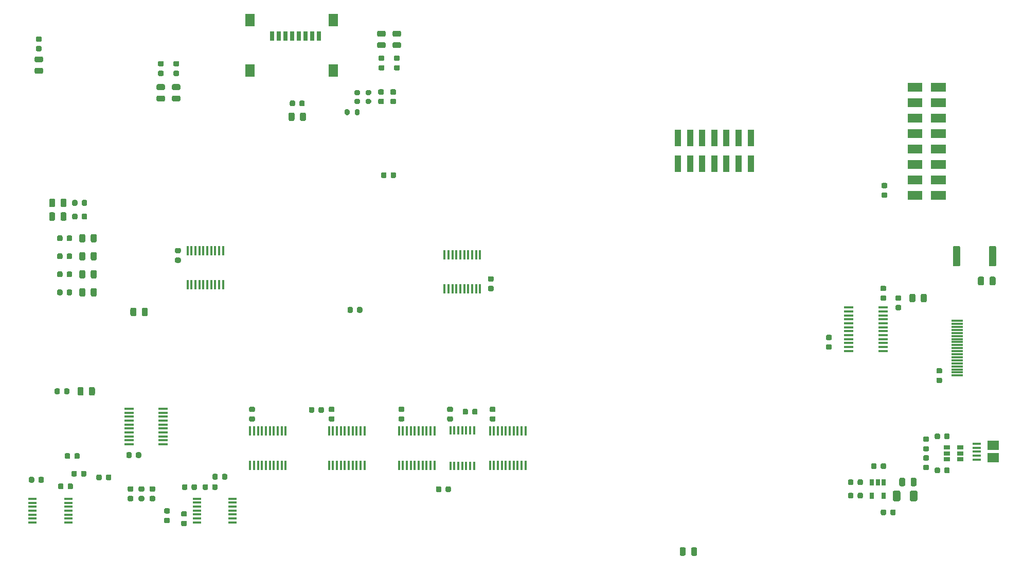
<source format=gbr>
G04 #@! TF.GenerationSoftware,KiCad,Pcbnew,5.1.9+dfsg1-1~bpo10+1*
G04 #@! TF.CreationDate,2023-01-14T08:02:01+01:00*
G04 #@! TF.ProjectId,nubus-to-ztex,6e756275-732d-4746-9f2d-7a7465782e6b,rev?*
G04 #@! TF.SameCoordinates,Original*
G04 #@! TF.FileFunction,Paste,Top*
G04 #@! TF.FilePolarity,Positive*
%FSLAX46Y46*%
G04 Gerber Fmt 4.6, Leading zero omitted, Abs format (unit mm)*
G04 Created by KiCad (PCBNEW 5.1.9+dfsg1-1~bpo10+1) date 2023-01-14 08:02:01*
%MOMM*%
%LPD*%
G01*
G04 APERTURE LIST*
%ADD10C,0.010000*%
%ADD11R,2.240000X1.420010*%
%ADD12R,2.340000X1.420010*%
%ADD13R,1.000000X2.750000*%
%ADD14R,1.550000X0.450000*%
%ADD15R,0.450000X1.550000*%
%ADD16R,0.800000X1.500000*%
%ADD17R,1.500000X2.050000*%
%ADD18R,0.450000X1.450000*%
%ADD19R,1.450000X0.450000*%
%ADD20R,1.570000X0.410000*%
%ADD21R,1.900000X1.500000*%
%ADD22R,1.350000X0.400000*%
%ADD23R,0.650000X1.060000*%
%ADD24R,1.060000X0.650000*%
%ADD25R,1.900000X0.300000*%
G04 APERTURE END LIST*
D10*
G36*
X260120000Y-36179990D02*
G01*
X260120000Y-37600010D01*
X257880000Y-37600010D01*
X257880000Y-36179990D01*
X260120000Y-36179990D01*
G37*
X260120000Y-36179990D02*
X260120000Y-37600010D01*
X257880000Y-37600010D01*
X257880000Y-36179990D01*
X260120000Y-36179990D01*
G36*
X264031000Y-36179990D02*
G01*
X264031000Y-37600010D01*
X261691000Y-37600010D01*
X261691000Y-36179990D01*
X264031000Y-36179990D01*
G37*
X264031000Y-36179990D02*
X264031000Y-37600010D01*
X261691000Y-37600010D01*
X261691000Y-36179990D01*
X264031000Y-36179990D01*
G36*
X260120000Y-33639990D02*
G01*
X260120000Y-35060010D01*
X257880000Y-35060010D01*
X257880000Y-33639990D01*
X260120000Y-33639990D01*
G37*
X260120000Y-33639990D02*
X260120000Y-35060010D01*
X257880000Y-35060010D01*
X257880000Y-33639990D01*
X260120000Y-33639990D01*
G36*
X264031000Y-33639990D02*
G01*
X264031000Y-35060010D01*
X261691000Y-35060010D01*
X261691000Y-33639990D01*
X264031000Y-33639990D01*
G37*
X264031000Y-33639990D02*
X264031000Y-35060010D01*
X261691000Y-35060010D01*
X261691000Y-33639990D01*
X264031000Y-33639990D01*
G36*
X260120000Y-31099990D02*
G01*
X260120000Y-32520010D01*
X257880000Y-32520010D01*
X257880000Y-31099990D01*
X260120000Y-31099990D01*
G37*
X260120000Y-31099990D02*
X260120000Y-32520010D01*
X257880000Y-32520010D01*
X257880000Y-31099990D01*
X260120000Y-31099990D01*
G36*
X264031000Y-31099990D02*
G01*
X264031000Y-32520010D01*
X261691000Y-32520010D01*
X261691000Y-31099990D01*
X264031000Y-31099990D01*
G37*
X264031000Y-31099990D02*
X264031000Y-32520010D01*
X261691000Y-32520010D01*
X261691000Y-31099990D01*
X264031000Y-31099990D01*
G36*
X260120000Y-28559994D02*
G01*
X260120000Y-29980010D01*
X257880000Y-29980010D01*
X257880000Y-28559994D01*
X260120000Y-28559994D01*
G37*
X260120000Y-28559994D02*
X260120000Y-29980010D01*
X257880000Y-29980010D01*
X257880000Y-28559994D01*
X260120000Y-28559994D01*
G36*
X264031000Y-28559994D02*
G01*
X264031000Y-29980010D01*
X261691000Y-29980010D01*
X261691000Y-28559994D01*
X264031000Y-28559994D01*
G37*
X264031000Y-28559994D02*
X264031000Y-29980010D01*
X261691000Y-29980010D01*
X261691000Y-28559994D01*
X264031000Y-28559994D01*
G36*
X260120000Y-26019990D02*
G01*
X260120000Y-27440006D01*
X257880000Y-27440006D01*
X257880000Y-26019990D01*
X260120000Y-26019990D01*
G37*
X260120000Y-26019990D02*
X260120000Y-27440006D01*
X257880000Y-27440006D01*
X257880000Y-26019990D01*
X260120000Y-26019990D01*
G36*
X264031000Y-26019990D02*
G01*
X264031000Y-27440006D01*
X261691000Y-27440006D01*
X261691000Y-26019990D01*
X264031000Y-26019990D01*
G37*
X264031000Y-26019990D02*
X264031000Y-27440006D01*
X261691000Y-27440006D01*
X261691000Y-26019990D01*
X264031000Y-26019990D01*
G36*
X260120000Y-23479990D02*
G01*
X260120000Y-24900010D01*
X257880000Y-24900010D01*
X257880000Y-23479990D01*
X260120000Y-23479990D01*
G37*
X260120000Y-23479990D02*
X260120000Y-24900010D01*
X257880000Y-24900010D01*
X257880000Y-23479990D01*
X260120000Y-23479990D01*
G36*
X264031000Y-23479990D02*
G01*
X264031000Y-24900010D01*
X261691000Y-24900010D01*
X261691000Y-23479990D01*
X264031000Y-23479990D01*
G37*
X264031000Y-23479990D02*
X264031000Y-24900010D01*
X261691000Y-24900010D01*
X261691000Y-23479990D01*
X264031000Y-23479990D01*
G36*
X260120000Y-20939990D02*
G01*
X260120000Y-22360010D01*
X257880000Y-22360010D01*
X257880000Y-20939990D01*
X260120000Y-20939990D01*
G37*
X260120000Y-20939990D02*
X260120000Y-22360010D01*
X257880000Y-22360010D01*
X257880000Y-20939990D01*
X260120000Y-20939990D01*
G36*
X264031000Y-20939990D02*
G01*
X264031000Y-22360010D01*
X261691000Y-22360010D01*
X261691000Y-20939990D01*
X264031000Y-20939990D01*
G37*
X264031000Y-20939990D02*
X264031000Y-22360010D01*
X261691000Y-22360010D01*
X261691000Y-20939990D01*
X264031000Y-20939990D01*
G36*
X260120000Y-18399990D02*
G01*
X260120000Y-19820010D01*
X257880000Y-19820010D01*
X257880000Y-18399990D01*
X260120000Y-18399990D01*
G37*
X260120000Y-18399990D02*
X260120000Y-19820010D01*
X257880000Y-19820010D01*
X257880000Y-18399990D01*
X260120000Y-18399990D01*
G36*
X264031000Y-18399990D02*
G01*
X264031000Y-19820010D01*
X261691000Y-19820010D01*
X261691000Y-18399990D01*
X264031000Y-18399990D01*
G37*
X264031000Y-18399990D02*
X264031000Y-19820010D01*
X261691000Y-19820010D01*
X261691000Y-18399990D01*
X264031000Y-18399990D01*
G36*
G01*
X166810000Y-23525000D02*
X166810000Y-22975000D01*
G75*
G02*
X167010000Y-22775000I200000J0D01*
G01*
X167410000Y-22775000D01*
G75*
G02*
X167610000Y-22975000I0J-200000D01*
G01*
X167610000Y-23525000D01*
G75*
G02*
X167410000Y-23725000I-200000J0D01*
G01*
X167010000Y-23725000D01*
G75*
G02*
X166810000Y-23525000I0J200000D01*
G01*
G37*
G36*
G01*
X165160000Y-23525000D02*
X165160000Y-22975000D01*
G75*
G02*
X165360000Y-22775000I200000J0D01*
G01*
X165760000Y-22775000D01*
G75*
G02*
X165960000Y-22975000I0J-200000D01*
G01*
X165960000Y-23525000D01*
G75*
G02*
X165760000Y-23725000I-200000J0D01*
G01*
X165360000Y-23725000D01*
G75*
G02*
X165160000Y-23525000I0J200000D01*
G01*
G37*
G36*
G01*
X166960000Y-21075000D02*
X167460000Y-21075000D01*
G75*
G02*
X167660000Y-21275000I0J-200000D01*
G01*
X167660000Y-21675000D01*
G75*
G02*
X167460000Y-21875000I-200000J0D01*
G01*
X166960000Y-21875000D01*
G75*
G02*
X166760000Y-21675000I0J200000D01*
G01*
X166760000Y-21275000D01*
G75*
G02*
X166960000Y-21075000I200000J0D01*
G01*
G37*
G36*
G01*
X166960000Y-19625000D02*
X167460000Y-19625000D01*
G75*
G02*
X167660000Y-19825000I0J-200000D01*
G01*
X167660000Y-20225000D01*
G75*
G02*
X167460000Y-20425000I-200000J0D01*
G01*
X166960000Y-20425000D01*
G75*
G02*
X166760000Y-20225000I0J200000D01*
G01*
X166760000Y-19825000D01*
G75*
G02*
X166960000Y-19625000I200000J0D01*
G01*
G37*
G36*
G01*
X168810000Y-21075000D02*
X169310000Y-21075000D01*
G75*
G02*
X169510000Y-21275000I0J-200000D01*
G01*
X169510000Y-21675000D01*
G75*
G02*
X169310000Y-21875000I-200000J0D01*
G01*
X168810000Y-21875000D01*
G75*
G02*
X168610000Y-21675000I0J200000D01*
G01*
X168610000Y-21275000D01*
G75*
G02*
X168810000Y-21075000I200000J0D01*
G01*
G37*
G36*
G01*
X168810000Y-19625000D02*
X169310000Y-19625000D01*
G75*
G02*
X169510000Y-19825000I0J-200000D01*
G01*
X169510000Y-20225000D01*
G75*
G02*
X169310000Y-20425000I-200000J0D01*
G01*
X168810000Y-20425000D01*
G75*
G02*
X168610000Y-20225000I0J200000D01*
G01*
X168610000Y-19825000D01*
G75*
G02*
X168810000Y-19625000I200000J0D01*
G01*
G37*
G36*
G01*
X171385000Y-20375000D02*
X170885000Y-20375000D01*
G75*
G02*
X170660000Y-20150000I0J225000D01*
G01*
X170660000Y-19700000D01*
G75*
G02*
X170885000Y-19475000I225000J0D01*
G01*
X171385000Y-19475000D01*
G75*
G02*
X171610000Y-19700000I0J-225000D01*
G01*
X171610000Y-20150000D01*
G75*
G02*
X171385000Y-20375000I-225000J0D01*
G01*
G37*
G36*
G01*
X171385000Y-21925000D02*
X170885000Y-21925000D01*
G75*
G02*
X170660000Y-21700000I0J225000D01*
G01*
X170660000Y-21250000D01*
G75*
G02*
X170885000Y-21025000I225000J0D01*
G01*
X171385000Y-21025000D01*
G75*
G02*
X171610000Y-21250000I0J-225000D01*
G01*
X171610000Y-21700000D01*
G75*
G02*
X171385000Y-21925000I-225000J0D01*
G01*
G37*
G36*
G01*
X173385000Y-20375000D02*
X172885000Y-20375000D01*
G75*
G02*
X172660000Y-20150000I0J225000D01*
G01*
X172660000Y-19700000D01*
G75*
G02*
X172885000Y-19475000I225000J0D01*
G01*
X173385000Y-19475000D01*
G75*
G02*
X173610000Y-19700000I0J-225000D01*
G01*
X173610000Y-20150000D01*
G75*
G02*
X173385000Y-20375000I-225000J0D01*
G01*
G37*
G36*
G01*
X173385000Y-21925000D02*
X172885000Y-21925000D01*
G75*
G02*
X172660000Y-21700000I0J225000D01*
G01*
X172660000Y-21250000D01*
G75*
G02*
X172885000Y-21025000I225000J0D01*
G01*
X173385000Y-21025000D01*
G75*
G02*
X173610000Y-21250000I0J-225000D01*
G01*
X173610000Y-21700000D01*
G75*
G02*
X173385000Y-21925000I-225000J0D01*
G01*
G37*
G36*
G01*
X266487500Y-45504999D02*
X266487500Y-48355001D01*
G75*
G02*
X266237501Y-48605000I-249999J0D01*
G01*
X265512499Y-48605000D01*
G75*
G02*
X265262500Y-48355001I0J249999D01*
G01*
X265262500Y-45504999D01*
G75*
G02*
X265512499Y-45255000I249999J0D01*
G01*
X266237501Y-45255000D01*
G75*
G02*
X266487500Y-45504999I0J-249999D01*
G01*
G37*
G36*
G01*
X272412500Y-45504999D02*
X272412500Y-48355001D01*
G75*
G02*
X272162501Y-48605000I-249999J0D01*
G01*
X271437499Y-48605000D01*
G75*
G02*
X271187500Y-48355001I0J249999D01*
G01*
X271187500Y-45504999D01*
G75*
G02*
X271437499Y-45255000I249999J0D01*
G01*
X272162501Y-45255000D01*
G75*
G02*
X272412500Y-45504999I0J-249999D01*
G01*
G37*
G36*
G01*
X270400000Y-50525000D02*
X270400000Y-51475000D01*
G75*
G02*
X270150000Y-51725000I-250000J0D01*
G01*
X269650000Y-51725000D01*
G75*
G02*
X269400000Y-51475000I0J250000D01*
G01*
X269400000Y-50525000D01*
G75*
G02*
X269650000Y-50275000I250000J0D01*
G01*
X270150000Y-50275000D01*
G75*
G02*
X270400000Y-50525000I0J-250000D01*
G01*
G37*
G36*
G01*
X272300000Y-50525000D02*
X272300000Y-51475000D01*
G75*
G02*
X272050000Y-51725000I-250000J0D01*
G01*
X271550000Y-51725000D01*
G75*
G02*
X271300000Y-51475000I0J250000D01*
G01*
X271300000Y-50525000D01*
G75*
G02*
X271550000Y-50275000I250000J0D01*
G01*
X272050000Y-50275000D01*
G75*
G02*
X272300000Y-50525000I0J-250000D01*
G01*
G37*
D11*
X259000000Y-36890000D03*
D12*
X262861000Y-36890000D03*
D11*
X259000000Y-34350000D03*
D12*
X262861000Y-34350000D03*
D11*
X259000000Y-31810000D03*
D12*
X262861000Y-31810000D03*
D11*
X259000000Y-29270000D03*
D12*
X262861000Y-29270000D03*
D11*
X259000000Y-26730000D03*
D12*
X262861000Y-26730000D03*
D11*
X259000000Y-24190000D03*
D12*
X262861000Y-24190000D03*
D11*
X259000000Y-21650000D03*
D12*
X262861000Y-21650000D03*
D11*
X259000000Y-19110000D03*
D12*
X262861000Y-19110000D03*
D13*
X220000000Y-31720000D03*
X220000000Y-27460000D03*
X222000000Y-31720000D03*
X222000000Y-27460000D03*
X224000000Y-31720000D03*
X224000000Y-27460000D03*
X226000000Y-31720000D03*
X226000000Y-27460000D03*
X228000000Y-31720000D03*
X228000000Y-27460000D03*
X230000000Y-31720000D03*
X230000000Y-27460000D03*
X232000000Y-31720000D03*
X232000000Y-27460000D03*
G36*
G01*
X129215000Y-79896250D02*
X129215000Y-79383750D01*
G75*
G02*
X129433750Y-79165000I218750J0D01*
G01*
X129871250Y-79165000D01*
G75*
G02*
X130090000Y-79383750I0J-218750D01*
G01*
X130090000Y-79896250D01*
G75*
G02*
X129871250Y-80115000I-218750J0D01*
G01*
X129433750Y-80115000D01*
G75*
G02*
X129215000Y-79896250I0J218750D01*
G01*
G37*
G36*
G01*
X130790000Y-79896250D02*
X130790000Y-79383750D01*
G75*
G02*
X131008750Y-79165000I218750J0D01*
G01*
X131446250Y-79165000D01*
G75*
G02*
X131665000Y-79383750I0J-218750D01*
G01*
X131665000Y-79896250D01*
G75*
G02*
X131446250Y-80115000I-218750J0D01*
G01*
X131008750Y-80115000D01*
G75*
G02*
X130790000Y-79896250I0J218750D01*
G01*
G37*
D14*
X135250000Y-77865000D03*
X135250000Y-77215000D03*
X135250000Y-76565000D03*
X135250000Y-75915000D03*
X135250000Y-75265000D03*
X135250000Y-74615000D03*
X135250000Y-73965000D03*
X135250000Y-73315000D03*
X135250000Y-72665000D03*
X135250000Y-72015000D03*
X129650000Y-72015000D03*
X129650000Y-72665000D03*
X129650000Y-73315000D03*
X129650000Y-73965000D03*
X129650000Y-74615000D03*
X129650000Y-75265000D03*
X129650000Y-75915000D03*
X129650000Y-76565000D03*
X129650000Y-77215000D03*
X129650000Y-77865000D03*
G36*
G01*
X189467621Y-52687953D02*
X188955121Y-52687953D01*
G75*
G02*
X188736371Y-52469203I0J218750D01*
G01*
X188736371Y-52031703D01*
G75*
G02*
X188955121Y-51812953I218750J0D01*
G01*
X189467621Y-51812953D01*
G75*
G02*
X189686371Y-52031703I0J-218750D01*
G01*
X189686371Y-52469203D01*
G75*
G02*
X189467621Y-52687953I-218750J0D01*
G01*
G37*
G36*
G01*
X189467621Y-51112953D02*
X188955121Y-51112953D01*
G75*
G02*
X188736371Y-50894203I0J218750D01*
G01*
X188736371Y-50456703D01*
G75*
G02*
X188955121Y-50237953I218750J0D01*
G01*
X189467621Y-50237953D01*
G75*
G02*
X189686371Y-50456703I0J-218750D01*
G01*
X189686371Y-50894203D01*
G75*
G02*
X189467621Y-51112953I-218750J0D01*
G01*
G37*
D15*
X187436371Y-46662953D03*
X186786371Y-46662953D03*
X186136371Y-46662953D03*
X185486371Y-46662953D03*
X184836371Y-46662953D03*
X184186371Y-46662953D03*
X183536371Y-46662953D03*
X182886371Y-46662953D03*
X182236371Y-46662953D03*
X181586371Y-46662953D03*
X181586371Y-52262953D03*
X182236371Y-52262953D03*
X182886371Y-52262953D03*
X183536371Y-52262953D03*
X184186371Y-52262953D03*
X184836371Y-52262953D03*
X185486371Y-52262953D03*
X186136371Y-52262953D03*
X186786371Y-52262953D03*
X187436371Y-52262953D03*
G36*
G01*
X254256250Y-37327500D02*
X253743750Y-37327500D01*
G75*
G02*
X253525000Y-37108750I0J218750D01*
G01*
X253525000Y-36671250D01*
G75*
G02*
X253743750Y-36452500I218750J0D01*
G01*
X254256250Y-36452500D01*
G75*
G02*
X254475000Y-36671250I0J-218750D01*
G01*
X254475000Y-37108750D01*
G75*
G02*
X254256250Y-37327500I-218750J0D01*
G01*
G37*
G36*
G01*
X254256250Y-35752500D02*
X253743750Y-35752500D01*
G75*
G02*
X253525000Y-35533750I0J218750D01*
G01*
X253525000Y-35096250D01*
G75*
G02*
X253743750Y-34877500I218750J0D01*
G01*
X254256250Y-34877500D01*
G75*
G02*
X254475000Y-35096250I0J-218750D01*
G01*
X254475000Y-35533750D01*
G75*
G02*
X254256250Y-35752500I-218750J0D01*
G01*
G37*
G36*
G01*
X137866250Y-21485293D02*
X136953750Y-21485293D01*
G75*
G02*
X136710000Y-21241543I0J243750D01*
G01*
X136710000Y-20754043D01*
G75*
G02*
X136953750Y-20510293I243750J0D01*
G01*
X137866250Y-20510293D01*
G75*
G02*
X138110000Y-20754043I0J-243750D01*
G01*
X138110000Y-21241543D01*
G75*
G02*
X137866250Y-21485293I-243750J0D01*
G01*
G37*
G36*
G01*
X137866250Y-19610293D02*
X136953750Y-19610293D01*
G75*
G02*
X136710000Y-19366543I0J243750D01*
G01*
X136710000Y-18879043D01*
G75*
G02*
X136953750Y-18635293I243750J0D01*
G01*
X137866250Y-18635293D01*
G75*
G02*
X138110000Y-18879043I0J-243750D01*
G01*
X138110000Y-19366543D01*
G75*
G02*
X137866250Y-19610293I-243750J0D01*
G01*
G37*
G36*
G01*
X135336250Y-19610293D02*
X134423750Y-19610293D01*
G75*
G02*
X134180000Y-19366543I0J243750D01*
G01*
X134180000Y-18879043D01*
G75*
G02*
X134423750Y-18635293I243750J0D01*
G01*
X135336250Y-18635293D01*
G75*
G02*
X135580000Y-18879043I0J-243750D01*
G01*
X135580000Y-19366543D01*
G75*
G02*
X135336250Y-19610293I-243750J0D01*
G01*
G37*
G36*
G01*
X135336250Y-21485293D02*
X134423750Y-21485293D01*
G75*
G02*
X134180000Y-21241543I0J243750D01*
G01*
X134180000Y-20754043D01*
G75*
G02*
X134423750Y-20510293I243750J0D01*
G01*
X135336250Y-20510293D01*
G75*
G02*
X135580000Y-20754043I0J-243750D01*
G01*
X135580000Y-21241543D01*
G75*
G02*
X135336250Y-21485293I-243750J0D01*
G01*
G37*
G36*
G01*
X124035000Y-68693750D02*
X124035000Y-69606250D01*
G75*
G02*
X123791250Y-69850000I-243750J0D01*
G01*
X123303750Y-69850000D01*
G75*
G02*
X123060000Y-69606250I0J243750D01*
G01*
X123060000Y-68693750D01*
G75*
G02*
X123303750Y-68450000I243750J0D01*
G01*
X123791250Y-68450000D01*
G75*
G02*
X124035000Y-68693750I0J-243750D01*
G01*
G37*
G36*
G01*
X122160000Y-68693750D02*
X122160000Y-69606250D01*
G75*
G02*
X121916250Y-69850000I-243750J0D01*
G01*
X121428750Y-69850000D01*
G75*
G02*
X121185000Y-69606250I0J243750D01*
G01*
X121185000Y-68693750D01*
G75*
G02*
X121428750Y-68450000I243750J0D01*
G01*
X121916250Y-68450000D01*
G75*
G02*
X122160000Y-68693750I0J-243750D01*
G01*
G37*
G36*
G01*
X173287939Y-11731035D02*
X174200439Y-11731035D01*
G75*
G02*
X174444189Y-11974785I0J-243750D01*
G01*
X174444189Y-12462285D01*
G75*
G02*
X174200439Y-12706035I-243750J0D01*
G01*
X173287939Y-12706035D01*
G75*
G02*
X173044189Y-12462285I0J243750D01*
G01*
X173044189Y-11974785D01*
G75*
G02*
X173287939Y-11731035I243750J0D01*
G01*
G37*
G36*
G01*
X173287939Y-9856035D02*
X174200439Y-9856035D01*
G75*
G02*
X174444189Y-10099785I0J-243750D01*
G01*
X174444189Y-10587285D01*
G75*
G02*
X174200439Y-10831035I-243750J0D01*
G01*
X173287939Y-10831035D01*
G75*
G02*
X173044189Y-10587285I0J243750D01*
G01*
X173044189Y-10099785D01*
G75*
G02*
X173287939Y-9856035I243750J0D01*
G01*
G37*
G36*
G01*
X170747939Y-9856035D02*
X171660439Y-9856035D01*
G75*
G02*
X171904189Y-10099785I0J-243750D01*
G01*
X171904189Y-10587285D01*
G75*
G02*
X171660439Y-10831035I-243750J0D01*
G01*
X170747939Y-10831035D01*
G75*
G02*
X170504189Y-10587285I0J243750D01*
G01*
X170504189Y-10099785D01*
G75*
G02*
X170747939Y-9856035I243750J0D01*
G01*
G37*
G36*
G01*
X170747939Y-11731035D02*
X171660439Y-11731035D01*
G75*
G02*
X171904189Y-11974785I0J-243750D01*
G01*
X171904189Y-12462285D01*
G75*
G02*
X171660439Y-12706035I-243750J0D01*
G01*
X170747939Y-12706035D01*
G75*
G02*
X170504189Y-12462285I0J243750D01*
G01*
X170504189Y-11974785D01*
G75*
G02*
X170747939Y-11731035I243750J0D01*
G01*
G37*
G36*
G01*
X134623750Y-14835293D02*
X135136250Y-14835293D01*
G75*
G02*
X135355000Y-15054043I0J-218750D01*
G01*
X135355000Y-15491543D01*
G75*
G02*
X135136250Y-15710293I-218750J0D01*
G01*
X134623750Y-15710293D01*
G75*
G02*
X134405000Y-15491543I0J218750D01*
G01*
X134405000Y-15054043D01*
G75*
G02*
X134623750Y-14835293I218750J0D01*
G01*
G37*
G36*
G01*
X134623750Y-16410293D02*
X135136250Y-16410293D01*
G75*
G02*
X135355000Y-16629043I0J-218750D01*
G01*
X135355000Y-17066543D01*
G75*
G02*
X135136250Y-17285293I-218750J0D01*
G01*
X134623750Y-17285293D01*
G75*
G02*
X134405000Y-17066543I0J218750D01*
G01*
X134405000Y-16629043D01*
G75*
G02*
X134623750Y-16410293I218750J0D01*
G01*
G37*
G36*
G01*
X137163750Y-16410293D02*
X137676250Y-16410293D01*
G75*
G02*
X137895000Y-16629043I0J-218750D01*
G01*
X137895000Y-17066543D01*
G75*
G02*
X137676250Y-17285293I-218750J0D01*
G01*
X137163750Y-17285293D01*
G75*
G02*
X136945000Y-17066543I0J218750D01*
G01*
X136945000Y-16629043D01*
G75*
G02*
X137163750Y-16410293I218750J0D01*
G01*
G37*
G36*
G01*
X137163750Y-14835293D02*
X137676250Y-14835293D01*
G75*
G02*
X137895000Y-15054043I0J-218750D01*
G01*
X137895000Y-15491543D01*
G75*
G02*
X137676250Y-15710293I-218750J0D01*
G01*
X137163750Y-15710293D01*
G75*
G02*
X136945000Y-15491543I0J218750D01*
G01*
X136945000Y-15054043D01*
G75*
G02*
X137163750Y-14835293I218750J0D01*
G01*
G37*
G36*
G01*
X117385000Y-69406250D02*
X117385000Y-68893750D01*
G75*
G02*
X117603750Y-68675000I218750J0D01*
G01*
X118041250Y-68675000D01*
G75*
G02*
X118260000Y-68893750I0J-218750D01*
G01*
X118260000Y-69406250D01*
G75*
G02*
X118041250Y-69625000I-218750J0D01*
G01*
X117603750Y-69625000D01*
G75*
G02*
X117385000Y-69406250I0J218750D01*
G01*
G37*
G36*
G01*
X118960000Y-69406250D02*
X118960000Y-68893750D01*
G75*
G02*
X119178750Y-68675000I218750J0D01*
G01*
X119616250Y-68675000D01*
G75*
G02*
X119835000Y-68893750I0J-218750D01*
G01*
X119835000Y-69406250D01*
G75*
G02*
X119616250Y-69625000I-218750J0D01*
G01*
X119178750Y-69625000D01*
G75*
G02*
X118960000Y-69406250I0J218750D01*
G01*
G37*
G36*
G01*
X174000439Y-14811035D02*
X173487939Y-14811035D01*
G75*
G02*
X173269189Y-14592285I0J218750D01*
G01*
X173269189Y-14154785D01*
G75*
G02*
X173487939Y-13936035I218750J0D01*
G01*
X174000439Y-13936035D01*
G75*
G02*
X174219189Y-14154785I0J-218750D01*
G01*
X174219189Y-14592285D01*
G75*
G02*
X174000439Y-14811035I-218750J0D01*
G01*
G37*
G36*
G01*
X174000439Y-16386035D02*
X173487939Y-16386035D01*
G75*
G02*
X173269189Y-16167285I0J218750D01*
G01*
X173269189Y-15729785D01*
G75*
G02*
X173487939Y-15511035I218750J0D01*
G01*
X174000439Y-15511035D01*
G75*
G02*
X174219189Y-15729785I0J-218750D01*
G01*
X174219189Y-16167285D01*
G75*
G02*
X174000439Y-16386035I-218750J0D01*
G01*
G37*
G36*
G01*
X171460439Y-16386035D02*
X170947939Y-16386035D01*
G75*
G02*
X170729189Y-16167285I0J218750D01*
G01*
X170729189Y-15729785D01*
G75*
G02*
X170947939Y-15511035I218750J0D01*
G01*
X171460439Y-15511035D01*
G75*
G02*
X171679189Y-15729785I0J-218750D01*
G01*
X171679189Y-16167285D01*
G75*
G02*
X171460439Y-16386035I-218750J0D01*
G01*
G37*
G36*
G01*
X171460439Y-14811035D02*
X170947939Y-14811035D01*
G75*
G02*
X170729189Y-14592285I0J218750D01*
G01*
X170729189Y-14154785D01*
G75*
G02*
X170947939Y-13936035I218750J0D01*
G01*
X171460439Y-13936035D01*
G75*
G02*
X171679189Y-14154785I0J-218750D01*
G01*
X171679189Y-14592285D01*
G75*
G02*
X171460439Y-14811035I-218750J0D01*
G01*
G37*
X139275000Y-51600000D03*
X139925000Y-51600000D03*
X140575000Y-51600000D03*
X141225000Y-51600000D03*
X141875000Y-51600000D03*
X142525000Y-51600000D03*
X143175000Y-51600000D03*
X143825000Y-51600000D03*
X144475000Y-51600000D03*
X145125000Y-51600000D03*
X145125000Y-46000000D03*
X144475000Y-46000000D03*
X143825000Y-46000000D03*
X143175000Y-46000000D03*
X142525000Y-46000000D03*
X141875000Y-46000000D03*
X141225000Y-46000000D03*
X140575000Y-46000000D03*
X139925000Y-46000000D03*
X139275000Y-46000000D03*
G36*
G01*
X156115000Y-22056250D02*
X156115000Y-21543750D01*
G75*
G02*
X156333750Y-21325000I218750J0D01*
G01*
X156771250Y-21325000D01*
G75*
G02*
X156990000Y-21543750I0J-218750D01*
G01*
X156990000Y-22056250D01*
G75*
G02*
X156771250Y-22275000I-218750J0D01*
G01*
X156333750Y-22275000D01*
G75*
G02*
X156115000Y-22056250I0J218750D01*
G01*
G37*
G36*
G01*
X157690000Y-22056250D02*
X157690000Y-21543750D01*
G75*
G02*
X157908750Y-21325000I218750J0D01*
G01*
X158346250Y-21325000D01*
G75*
G02*
X158565000Y-21543750I0J-218750D01*
G01*
X158565000Y-22056250D01*
G75*
G02*
X158346250Y-22275000I-218750J0D01*
G01*
X157908750Y-22275000D01*
G75*
G02*
X157690000Y-22056250I0J218750D01*
G01*
G37*
G36*
G01*
X155915000Y-24456250D02*
X155915000Y-23543750D01*
G75*
G02*
X156158750Y-23300000I243750J0D01*
G01*
X156646250Y-23300000D01*
G75*
G02*
X156890000Y-23543750I0J-243750D01*
G01*
X156890000Y-24456250D01*
G75*
G02*
X156646250Y-24700000I-243750J0D01*
G01*
X156158750Y-24700000D01*
G75*
G02*
X155915000Y-24456250I0J243750D01*
G01*
G37*
G36*
G01*
X157790000Y-24456250D02*
X157790000Y-23543750D01*
G75*
G02*
X158033750Y-23300000I243750J0D01*
G01*
X158521250Y-23300000D01*
G75*
G02*
X158765000Y-23543750I0J-243750D01*
G01*
X158765000Y-24456250D01*
G75*
G02*
X158521250Y-24700000I-243750J0D01*
G01*
X158033750Y-24700000D01*
G75*
G02*
X157790000Y-24456250I0J243750D01*
G01*
G37*
D16*
X153230000Y-10680000D03*
X154330000Y-10680000D03*
X155430000Y-10680000D03*
X156530000Y-10680000D03*
X157630000Y-10680000D03*
X158730000Y-10680000D03*
X159830000Y-10680000D03*
X160930000Y-10680000D03*
D17*
X149555000Y-8080000D03*
X149555000Y-16380000D03*
X163305000Y-16380000D03*
X163305000Y-8080000D03*
G36*
G01*
X137443750Y-45575000D02*
X137956250Y-45575000D01*
G75*
G02*
X138175000Y-45793750I0J-218750D01*
G01*
X138175000Y-46231250D01*
G75*
G02*
X137956250Y-46450000I-218750J0D01*
G01*
X137443750Y-46450000D01*
G75*
G02*
X137225000Y-46231250I0J218750D01*
G01*
X137225000Y-45793750D01*
G75*
G02*
X137443750Y-45575000I218750J0D01*
G01*
G37*
G36*
G01*
X137443750Y-47150000D02*
X137956250Y-47150000D01*
G75*
G02*
X138175000Y-47368750I0J-218750D01*
G01*
X138175000Y-47806250D01*
G75*
G02*
X137956250Y-48025000I-218750J0D01*
G01*
X137443750Y-48025000D01*
G75*
G02*
X137225000Y-47806250I0J218750D01*
G01*
X137225000Y-47368750D01*
G75*
G02*
X137443750Y-47150000I218750J0D01*
G01*
G37*
G36*
G01*
X114050000Y-83443750D02*
X114050000Y-83956250D01*
G75*
G02*
X113831250Y-84175000I-218750J0D01*
G01*
X113393750Y-84175000D01*
G75*
G02*
X113175000Y-83956250I0J218750D01*
G01*
X113175000Y-83443750D01*
G75*
G02*
X113393750Y-83225000I218750J0D01*
G01*
X113831250Y-83225000D01*
G75*
G02*
X114050000Y-83443750I0J-218750D01*
G01*
G37*
G36*
G01*
X115625000Y-83443750D02*
X115625000Y-83956250D01*
G75*
G02*
X115406250Y-84175000I-218750J0D01*
G01*
X114968750Y-84175000D01*
G75*
G02*
X114750000Y-83956250I0J218750D01*
G01*
X114750000Y-83443750D01*
G75*
G02*
X114968750Y-83225000I218750J0D01*
G01*
X115406250Y-83225000D01*
G75*
G02*
X115625000Y-83443750I0J-218750D01*
G01*
G37*
G36*
G01*
X119075000Y-80056250D02*
X119075000Y-79543750D01*
G75*
G02*
X119293750Y-79325000I218750J0D01*
G01*
X119731250Y-79325000D01*
G75*
G02*
X119950000Y-79543750I0J-218750D01*
G01*
X119950000Y-80056250D01*
G75*
G02*
X119731250Y-80275000I-218750J0D01*
G01*
X119293750Y-80275000D01*
G75*
G02*
X119075000Y-80056250I0J218750D01*
G01*
G37*
G36*
G01*
X120650000Y-80056250D02*
X120650000Y-79543750D01*
G75*
G02*
X120868750Y-79325000I218750J0D01*
G01*
X121306250Y-79325000D01*
G75*
G02*
X121525000Y-79543750I0J-218750D01*
G01*
X121525000Y-80056250D01*
G75*
G02*
X121306250Y-80275000I-218750J0D01*
G01*
X120868750Y-80275000D01*
G75*
G02*
X120650000Y-80056250I0J218750D01*
G01*
G37*
G36*
G01*
X125150000Y-83043750D02*
X125150000Y-83556250D01*
G75*
G02*
X124931250Y-83775000I-218750J0D01*
G01*
X124493750Y-83775000D01*
G75*
G02*
X124275000Y-83556250I0J218750D01*
G01*
X124275000Y-83043750D01*
G75*
G02*
X124493750Y-82825000I218750J0D01*
G01*
X124931250Y-82825000D01*
G75*
G02*
X125150000Y-83043750I0J-218750D01*
G01*
G37*
G36*
G01*
X126725000Y-83043750D02*
X126725000Y-83556250D01*
G75*
G02*
X126506250Y-83775000I-218750J0D01*
G01*
X126068750Y-83775000D01*
G75*
G02*
X125850000Y-83556250I0J218750D01*
G01*
X125850000Y-83043750D01*
G75*
G02*
X126068750Y-82825000I218750J0D01*
G01*
X126506250Y-82825000D01*
G75*
G02*
X126725000Y-83043750I0J-218750D01*
G01*
G37*
G36*
G01*
X120175000Y-82956250D02*
X120175000Y-82443750D01*
G75*
G02*
X120393750Y-82225000I218750J0D01*
G01*
X120831250Y-82225000D01*
G75*
G02*
X121050000Y-82443750I0J-218750D01*
G01*
X121050000Y-82956250D01*
G75*
G02*
X120831250Y-83175000I-218750J0D01*
G01*
X120393750Y-83175000D01*
G75*
G02*
X120175000Y-82956250I0J218750D01*
G01*
G37*
G36*
G01*
X121750000Y-82956250D02*
X121750000Y-82443750D01*
G75*
G02*
X121968750Y-82225000I218750J0D01*
G01*
X122406250Y-82225000D01*
G75*
G02*
X122625000Y-82443750I0J-218750D01*
G01*
X122625000Y-82956250D01*
G75*
G02*
X122406250Y-83175000I-218750J0D01*
G01*
X121968750Y-83175000D01*
G75*
G02*
X121750000Y-82956250I0J218750D01*
G01*
G37*
G36*
G01*
X181762661Y-85511747D02*
X181762661Y-84999247D01*
G75*
G02*
X181981411Y-84780497I218750J0D01*
G01*
X182418911Y-84780497D01*
G75*
G02*
X182637661Y-84999247I0J-218750D01*
G01*
X182637661Y-85511747D01*
G75*
G02*
X182418911Y-85730497I-218750J0D01*
G01*
X181981411Y-85730497D01*
G75*
G02*
X181762661Y-85511747I0J218750D01*
G01*
G37*
G36*
G01*
X180187661Y-85511747D02*
X180187661Y-84999247D01*
G75*
G02*
X180406411Y-84780497I218750J0D01*
G01*
X180843911Y-84780497D01*
G75*
G02*
X181062661Y-84999247I0J-218750D01*
G01*
X181062661Y-85511747D01*
G75*
G02*
X180843911Y-85730497I-218750J0D01*
G01*
X180406411Y-85730497D01*
G75*
G02*
X180187661Y-85511747I0J218750D01*
G01*
G37*
G36*
G01*
X187025000Y-72243750D02*
X187025000Y-72756250D01*
G75*
G02*
X186806250Y-72975000I-218750J0D01*
G01*
X186368750Y-72975000D01*
G75*
G02*
X186150000Y-72756250I0J218750D01*
G01*
X186150000Y-72243750D01*
G75*
G02*
X186368750Y-72025000I218750J0D01*
G01*
X186806250Y-72025000D01*
G75*
G02*
X187025000Y-72243750I0J-218750D01*
G01*
G37*
G36*
G01*
X185450000Y-72243750D02*
X185450000Y-72756250D01*
G75*
G02*
X185231250Y-72975000I-218750J0D01*
G01*
X184793750Y-72975000D01*
G75*
G02*
X184575000Y-72756250I0J218750D01*
G01*
X184575000Y-72243750D01*
G75*
G02*
X184793750Y-72025000I218750J0D01*
G01*
X185231250Y-72025000D01*
G75*
G02*
X185450000Y-72243750I0J-218750D01*
G01*
G37*
G36*
G01*
X142650000Y-84643750D02*
X142650000Y-85156250D01*
G75*
G02*
X142431250Y-85375000I-218750J0D01*
G01*
X141993750Y-85375000D01*
G75*
G02*
X141775000Y-85156250I0J218750D01*
G01*
X141775000Y-84643750D01*
G75*
G02*
X141993750Y-84425000I218750J0D01*
G01*
X142431250Y-84425000D01*
G75*
G02*
X142650000Y-84643750I0J-218750D01*
G01*
G37*
G36*
G01*
X144225000Y-84643750D02*
X144225000Y-85156250D01*
G75*
G02*
X144006250Y-85375000I-218750J0D01*
G01*
X143568750Y-85375000D01*
G75*
G02*
X143350000Y-85156250I0J218750D01*
G01*
X143350000Y-84643750D01*
G75*
G02*
X143568750Y-84425000I218750J0D01*
G01*
X144006250Y-84425000D01*
G75*
G02*
X144225000Y-84643750I0J-218750D01*
G01*
G37*
G36*
G01*
X143375000Y-83456250D02*
X143375000Y-82943750D01*
G75*
G02*
X143593750Y-82725000I218750J0D01*
G01*
X144031250Y-82725000D01*
G75*
G02*
X144250000Y-82943750I0J-218750D01*
G01*
X144250000Y-83456250D01*
G75*
G02*
X144031250Y-83675000I-218750J0D01*
G01*
X143593750Y-83675000D01*
G75*
G02*
X143375000Y-83456250I0J218750D01*
G01*
G37*
G36*
G01*
X144950000Y-83456250D02*
X144950000Y-82943750D01*
G75*
G02*
X145168750Y-82725000I218750J0D01*
G01*
X145606250Y-82725000D01*
G75*
G02*
X145825000Y-82943750I0J-218750D01*
G01*
X145825000Y-83456250D01*
G75*
G02*
X145606250Y-83675000I-218750J0D01*
G01*
X145168750Y-83675000D01*
G75*
G02*
X144950000Y-83456250I0J218750D01*
G01*
G37*
G36*
G01*
X136156250Y-89250000D02*
X135643750Y-89250000D01*
G75*
G02*
X135425000Y-89031250I0J218750D01*
G01*
X135425000Y-88593750D01*
G75*
G02*
X135643750Y-88375000I218750J0D01*
G01*
X136156250Y-88375000D01*
G75*
G02*
X136375000Y-88593750I0J-218750D01*
G01*
X136375000Y-89031250D01*
G75*
G02*
X136156250Y-89250000I-218750J0D01*
G01*
G37*
G36*
G01*
X136156250Y-90825000D02*
X135643750Y-90825000D01*
G75*
G02*
X135425000Y-90606250I0J218750D01*
G01*
X135425000Y-90168750D01*
G75*
G02*
X135643750Y-89950000I218750J0D01*
G01*
X136156250Y-89950000D01*
G75*
G02*
X136375000Y-90168750I0J-218750D01*
G01*
X136375000Y-90606250D01*
G75*
G02*
X136156250Y-90825000I-218750J0D01*
G01*
G37*
G36*
G01*
X140825000Y-84643750D02*
X140825000Y-85156250D01*
G75*
G02*
X140606250Y-85375000I-218750J0D01*
G01*
X140168750Y-85375000D01*
G75*
G02*
X139950000Y-85156250I0J218750D01*
G01*
X139950000Y-84643750D01*
G75*
G02*
X140168750Y-84425000I218750J0D01*
G01*
X140606250Y-84425000D01*
G75*
G02*
X140825000Y-84643750I0J-218750D01*
G01*
G37*
G36*
G01*
X139250000Y-84643750D02*
X139250000Y-85156250D01*
G75*
G02*
X139031250Y-85375000I-218750J0D01*
G01*
X138593750Y-85375000D01*
G75*
G02*
X138375000Y-85156250I0J218750D01*
G01*
X138375000Y-84643750D01*
G75*
G02*
X138593750Y-84425000I218750J0D01*
G01*
X139031250Y-84425000D01*
G75*
G02*
X139250000Y-84643750I0J-218750D01*
G01*
G37*
G36*
G01*
X129875000Y-56556250D02*
X129875000Y-55643750D01*
G75*
G02*
X130118750Y-55400000I243750J0D01*
G01*
X130606250Y-55400000D01*
G75*
G02*
X130850000Y-55643750I0J-243750D01*
G01*
X130850000Y-56556250D01*
G75*
G02*
X130606250Y-56800000I-243750J0D01*
G01*
X130118750Y-56800000D01*
G75*
G02*
X129875000Y-56556250I0J243750D01*
G01*
G37*
G36*
G01*
X131750000Y-56556250D02*
X131750000Y-55643750D01*
G75*
G02*
X131993750Y-55400000I243750J0D01*
G01*
X132481250Y-55400000D01*
G75*
G02*
X132725000Y-55643750I0J-243750D01*
G01*
X132725000Y-56556250D01*
G75*
G02*
X132481250Y-56800000I-243750J0D01*
G01*
X131993750Y-56800000D01*
G75*
G02*
X131750000Y-56556250I0J243750D01*
G01*
G37*
G36*
G01*
X115256250Y-16925000D02*
X114343750Y-16925000D01*
G75*
G02*
X114100000Y-16681250I0J243750D01*
G01*
X114100000Y-16193750D01*
G75*
G02*
X114343750Y-15950000I243750J0D01*
G01*
X115256250Y-15950000D01*
G75*
G02*
X115500000Y-16193750I0J-243750D01*
G01*
X115500000Y-16681250D01*
G75*
G02*
X115256250Y-16925000I-243750J0D01*
G01*
G37*
G36*
G01*
X115256250Y-15050000D02*
X114343750Y-15050000D01*
G75*
G02*
X114100000Y-14806250I0J243750D01*
G01*
X114100000Y-14318750D01*
G75*
G02*
X114343750Y-14075000I243750J0D01*
G01*
X115256250Y-14075000D01*
G75*
G02*
X115500000Y-14318750I0J-243750D01*
G01*
X115500000Y-14806250D01*
G75*
G02*
X115256250Y-15050000I-243750J0D01*
G01*
G37*
G36*
G01*
X114543750Y-10775000D02*
X115056250Y-10775000D01*
G75*
G02*
X115275000Y-10993750I0J-218750D01*
G01*
X115275000Y-11431250D01*
G75*
G02*
X115056250Y-11650000I-218750J0D01*
G01*
X114543750Y-11650000D01*
G75*
G02*
X114325000Y-11431250I0J218750D01*
G01*
X114325000Y-10993750D01*
G75*
G02*
X114543750Y-10775000I218750J0D01*
G01*
G37*
G36*
G01*
X114543750Y-12350000D02*
X115056250Y-12350000D01*
G75*
G02*
X115275000Y-12568750I0J-218750D01*
G01*
X115275000Y-13006250D01*
G75*
G02*
X115056250Y-13225000I-218750J0D01*
G01*
X114543750Y-13225000D01*
G75*
G02*
X114325000Y-13006250I0J218750D01*
G01*
X114325000Y-12568750D01*
G75*
G02*
X114543750Y-12350000I218750J0D01*
G01*
G37*
G36*
G01*
X182756250Y-74125000D02*
X182243750Y-74125000D01*
G75*
G02*
X182025000Y-73906250I0J218750D01*
G01*
X182025000Y-73468750D01*
G75*
G02*
X182243750Y-73250000I218750J0D01*
G01*
X182756250Y-73250000D01*
G75*
G02*
X182975000Y-73468750I0J-218750D01*
G01*
X182975000Y-73906250D01*
G75*
G02*
X182756250Y-74125000I-218750J0D01*
G01*
G37*
G36*
G01*
X182756250Y-72550000D02*
X182243750Y-72550000D01*
G75*
G02*
X182025000Y-72331250I0J218750D01*
G01*
X182025000Y-71893750D01*
G75*
G02*
X182243750Y-71675000I218750J0D01*
G01*
X182756250Y-71675000D01*
G75*
G02*
X182975000Y-71893750I0J-218750D01*
G01*
X182975000Y-72331250D01*
G75*
G02*
X182756250Y-72550000I-218750J0D01*
G01*
G37*
D18*
X182550000Y-81450000D03*
X183200000Y-81450000D03*
X183850000Y-81450000D03*
X184500000Y-81450000D03*
X185150000Y-81450000D03*
X185800000Y-81450000D03*
X186450000Y-81450000D03*
X186450000Y-75550000D03*
X185800000Y-75550000D03*
X185150000Y-75550000D03*
X184500000Y-75550000D03*
X183850000Y-75550000D03*
X183200000Y-75550000D03*
X182550000Y-75550000D03*
D15*
X162575000Y-81300000D03*
X163225000Y-81300000D03*
X163875000Y-81300000D03*
X164525000Y-81300000D03*
X165175000Y-81300000D03*
X165825000Y-81300000D03*
X166475000Y-81300000D03*
X167125000Y-81300000D03*
X167775000Y-81300000D03*
X168425000Y-81300000D03*
X168425000Y-75700000D03*
X167775000Y-75700000D03*
X167125000Y-75700000D03*
X166475000Y-75700000D03*
X165825000Y-75700000D03*
X165175000Y-75700000D03*
X164525000Y-75700000D03*
X163875000Y-75700000D03*
X163225000Y-75700000D03*
X162575000Y-75700000D03*
X189075000Y-75700000D03*
X189725000Y-75700000D03*
X190375000Y-75700000D03*
X191025000Y-75700000D03*
X191675000Y-75700000D03*
X192325000Y-75700000D03*
X192975000Y-75700000D03*
X193625000Y-75700000D03*
X194275000Y-75700000D03*
X194925000Y-75700000D03*
X194925000Y-81300000D03*
X194275000Y-81300000D03*
X193625000Y-81300000D03*
X192975000Y-81300000D03*
X192325000Y-81300000D03*
X191675000Y-81300000D03*
X191025000Y-81300000D03*
X190375000Y-81300000D03*
X189725000Y-81300000D03*
X189075000Y-81300000D03*
X174075000Y-81300000D03*
X174725000Y-81300000D03*
X175375000Y-81300000D03*
X176025000Y-81300000D03*
X176675000Y-81300000D03*
X177325000Y-81300000D03*
X177975000Y-81300000D03*
X178625000Y-81300000D03*
X179275000Y-81300000D03*
X179925000Y-81300000D03*
X179925000Y-75700000D03*
X179275000Y-75700000D03*
X178625000Y-75700000D03*
X177975000Y-75700000D03*
X177325000Y-75700000D03*
X176675000Y-75700000D03*
X176025000Y-75700000D03*
X175375000Y-75700000D03*
X174725000Y-75700000D03*
X174075000Y-75700000D03*
X149575000Y-81300000D03*
X150225000Y-81300000D03*
X150875000Y-81300000D03*
X151525000Y-81300000D03*
X152175000Y-81300000D03*
X152825000Y-81300000D03*
X153475000Y-81300000D03*
X154125000Y-81300000D03*
X154775000Y-81300000D03*
X155425000Y-81300000D03*
X155425000Y-75700000D03*
X154775000Y-75700000D03*
X154125000Y-75700000D03*
X153475000Y-75700000D03*
X152825000Y-75700000D03*
X152175000Y-75700000D03*
X151525000Y-75700000D03*
X150875000Y-75700000D03*
X150225000Y-75700000D03*
X149575000Y-75700000D03*
G36*
G01*
X120425000Y-84523750D02*
X120425000Y-85036250D01*
G75*
G02*
X120206250Y-85255000I-218750J0D01*
G01*
X119768750Y-85255000D01*
G75*
G02*
X119550000Y-85036250I0J218750D01*
G01*
X119550000Y-84523750D01*
G75*
G02*
X119768750Y-84305000I218750J0D01*
G01*
X120206250Y-84305000D01*
G75*
G02*
X120425000Y-84523750I0J-218750D01*
G01*
G37*
G36*
G01*
X118850000Y-84523750D02*
X118850000Y-85036250D01*
G75*
G02*
X118631250Y-85255000I-218750J0D01*
G01*
X118193750Y-85255000D01*
G75*
G02*
X117975000Y-85036250I0J218750D01*
G01*
X117975000Y-84523750D01*
G75*
G02*
X118193750Y-84305000I218750J0D01*
G01*
X118631250Y-84305000D01*
G75*
G02*
X118850000Y-84523750I0J-218750D01*
G01*
G37*
D19*
X113750000Y-86830000D03*
X113750000Y-87480000D03*
X113750000Y-88130000D03*
X113750000Y-88780000D03*
X113750000Y-89430000D03*
X113750000Y-90080000D03*
X113750000Y-90730000D03*
X119650000Y-90730000D03*
X119650000Y-90080000D03*
X119650000Y-89430000D03*
X119650000Y-88780000D03*
X119650000Y-88130000D03*
X119650000Y-87480000D03*
X119650000Y-86830000D03*
G36*
G01*
X138956250Y-89750000D02*
X138443750Y-89750000D01*
G75*
G02*
X138225000Y-89531250I0J218750D01*
G01*
X138225000Y-89093750D01*
G75*
G02*
X138443750Y-88875000I218750J0D01*
G01*
X138956250Y-88875000D01*
G75*
G02*
X139175000Y-89093750I0J-218750D01*
G01*
X139175000Y-89531250D01*
G75*
G02*
X138956250Y-89750000I-218750J0D01*
G01*
G37*
G36*
G01*
X138956250Y-91325000D02*
X138443750Y-91325000D01*
G75*
G02*
X138225000Y-91106250I0J218750D01*
G01*
X138225000Y-90668750D01*
G75*
G02*
X138443750Y-90450000I218750J0D01*
G01*
X138956250Y-90450000D01*
G75*
G02*
X139175000Y-90668750I0J-218750D01*
G01*
X139175000Y-91106250D01*
G75*
G02*
X138956250Y-91325000I-218750J0D01*
G01*
G37*
X146700000Y-90700000D03*
X146700000Y-90050000D03*
X146700000Y-89400000D03*
X146700000Y-88750000D03*
X146700000Y-88100000D03*
X146700000Y-87450000D03*
X146700000Y-86800000D03*
X140800000Y-86800000D03*
X140800000Y-87450000D03*
X140800000Y-88100000D03*
X140800000Y-88750000D03*
X140800000Y-89400000D03*
X140800000Y-90050000D03*
X140800000Y-90700000D03*
D20*
X248080000Y-55375000D03*
X248080000Y-56025000D03*
X248080000Y-56675000D03*
X248080000Y-57325000D03*
X248080000Y-57975000D03*
X248080000Y-58625000D03*
X248080000Y-59275000D03*
X248080000Y-59925000D03*
X248080000Y-60575000D03*
X248080000Y-61225000D03*
X248080000Y-61875000D03*
X248080000Y-62525000D03*
X253820000Y-62525000D03*
X253820000Y-61875000D03*
X253820000Y-61225000D03*
X253820000Y-60575000D03*
X253820000Y-59925000D03*
X253820000Y-59275000D03*
X253820000Y-58625000D03*
X253820000Y-57975000D03*
X253820000Y-57325000D03*
X253820000Y-56675000D03*
X253820000Y-56025000D03*
X253820000Y-55375000D03*
G36*
G01*
X122452634Y-52420792D02*
X122452634Y-53333292D01*
G75*
G02*
X122208884Y-53577042I-243750J0D01*
G01*
X121721384Y-53577042D01*
G75*
G02*
X121477634Y-53333292I0J243750D01*
G01*
X121477634Y-52420792D01*
G75*
G02*
X121721384Y-52177042I243750J0D01*
G01*
X122208884Y-52177042D01*
G75*
G02*
X122452634Y-52420792I0J-243750D01*
G01*
G37*
G36*
G01*
X124327634Y-52420792D02*
X124327634Y-53333292D01*
G75*
G02*
X124083884Y-53577042I-243750J0D01*
G01*
X123596384Y-53577042D01*
G75*
G02*
X123352634Y-53333292I0J243750D01*
G01*
X123352634Y-52420792D01*
G75*
G02*
X123596384Y-52177042I243750J0D01*
G01*
X124083884Y-52177042D01*
G75*
G02*
X124327634Y-52420792I0J-243750D01*
G01*
G37*
G36*
G01*
X124327634Y-43520792D02*
X124327634Y-44433292D01*
G75*
G02*
X124083884Y-44677042I-243750J0D01*
G01*
X123596384Y-44677042D01*
G75*
G02*
X123352634Y-44433292I0J243750D01*
G01*
X123352634Y-43520792D01*
G75*
G02*
X123596384Y-43277042I243750J0D01*
G01*
X124083884Y-43277042D01*
G75*
G02*
X124327634Y-43520792I0J-243750D01*
G01*
G37*
G36*
G01*
X122452634Y-43520792D02*
X122452634Y-44433292D01*
G75*
G02*
X122208884Y-44677042I-243750J0D01*
G01*
X121721384Y-44677042D01*
G75*
G02*
X121477634Y-44433292I0J243750D01*
G01*
X121477634Y-43520792D01*
G75*
G02*
X121721384Y-43277042I243750J0D01*
G01*
X122208884Y-43277042D01*
G75*
G02*
X122452634Y-43520792I0J-243750D01*
G01*
G37*
G36*
G01*
X122452634Y-46487458D02*
X122452634Y-47399958D01*
G75*
G02*
X122208884Y-47643708I-243750J0D01*
G01*
X121721384Y-47643708D01*
G75*
G02*
X121477634Y-47399958I0J243750D01*
G01*
X121477634Y-46487458D01*
G75*
G02*
X121721384Y-46243708I243750J0D01*
G01*
X122208884Y-46243708D01*
G75*
G02*
X122452634Y-46487458I0J-243750D01*
G01*
G37*
G36*
G01*
X124327634Y-46487458D02*
X124327634Y-47399958D01*
G75*
G02*
X124083884Y-47643708I-243750J0D01*
G01*
X123596384Y-47643708D01*
G75*
G02*
X123352634Y-47399958I0J243750D01*
G01*
X123352634Y-46487458D01*
G75*
G02*
X123596384Y-46243708I243750J0D01*
G01*
X124083884Y-46243708D01*
G75*
G02*
X124327634Y-46487458I0J-243750D01*
G01*
G37*
G36*
G01*
X124327634Y-49454124D02*
X124327634Y-50366624D01*
G75*
G02*
X124083884Y-50610374I-243750J0D01*
G01*
X123596384Y-50610374D01*
G75*
G02*
X123352634Y-50366624I0J243750D01*
G01*
X123352634Y-49454124D01*
G75*
G02*
X123596384Y-49210374I243750J0D01*
G01*
X124083884Y-49210374D01*
G75*
G02*
X124327634Y-49454124I0J-243750D01*
G01*
G37*
G36*
G01*
X122452634Y-49454124D02*
X122452634Y-50366624D01*
G75*
G02*
X122208884Y-50610374I-243750J0D01*
G01*
X121721384Y-50610374D01*
G75*
G02*
X121477634Y-50366624I0J243750D01*
G01*
X121477634Y-49454124D01*
G75*
G02*
X121721384Y-49210374I243750J0D01*
G01*
X122208884Y-49210374D01*
G75*
G02*
X122452634Y-49454124I0J-243750D01*
G01*
G37*
G36*
G01*
X119402634Y-53133292D02*
X119402634Y-52620792D01*
G75*
G02*
X119621384Y-52402042I218750J0D01*
G01*
X120058884Y-52402042D01*
G75*
G02*
X120277634Y-52620792I0J-218750D01*
G01*
X120277634Y-53133292D01*
G75*
G02*
X120058884Y-53352042I-218750J0D01*
G01*
X119621384Y-53352042D01*
G75*
G02*
X119402634Y-53133292I0J218750D01*
G01*
G37*
G36*
G01*
X117827634Y-53133292D02*
X117827634Y-52620792D01*
G75*
G02*
X118046384Y-52402042I218750J0D01*
G01*
X118483884Y-52402042D01*
G75*
G02*
X118702634Y-52620792I0J-218750D01*
G01*
X118702634Y-53133292D01*
G75*
G02*
X118483884Y-53352042I-218750J0D01*
G01*
X118046384Y-53352042D01*
G75*
G02*
X117827634Y-53133292I0J218750D01*
G01*
G37*
G36*
G01*
X117827634Y-44233292D02*
X117827634Y-43720792D01*
G75*
G02*
X118046384Y-43502042I218750J0D01*
G01*
X118483884Y-43502042D01*
G75*
G02*
X118702634Y-43720792I0J-218750D01*
G01*
X118702634Y-44233292D01*
G75*
G02*
X118483884Y-44452042I-218750J0D01*
G01*
X118046384Y-44452042D01*
G75*
G02*
X117827634Y-44233292I0J218750D01*
G01*
G37*
G36*
G01*
X119402634Y-44233292D02*
X119402634Y-43720792D01*
G75*
G02*
X119621384Y-43502042I218750J0D01*
G01*
X120058884Y-43502042D01*
G75*
G02*
X120277634Y-43720792I0J-218750D01*
G01*
X120277634Y-44233292D01*
G75*
G02*
X120058884Y-44452042I-218750J0D01*
G01*
X119621384Y-44452042D01*
G75*
G02*
X119402634Y-44233292I0J218750D01*
G01*
G37*
G36*
G01*
X119402634Y-47199958D02*
X119402634Y-46687458D01*
G75*
G02*
X119621384Y-46468708I218750J0D01*
G01*
X120058884Y-46468708D01*
G75*
G02*
X120277634Y-46687458I0J-218750D01*
G01*
X120277634Y-47199958D01*
G75*
G02*
X120058884Y-47418708I-218750J0D01*
G01*
X119621384Y-47418708D01*
G75*
G02*
X119402634Y-47199958I0J218750D01*
G01*
G37*
G36*
G01*
X117827634Y-47199958D02*
X117827634Y-46687458D01*
G75*
G02*
X118046384Y-46468708I218750J0D01*
G01*
X118483884Y-46468708D01*
G75*
G02*
X118702634Y-46687458I0J-218750D01*
G01*
X118702634Y-47199958D01*
G75*
G02*
X118483884Y-47418708I-218750J0D01*
G01*
X118046384Y-47418708D01*
G75*
G02*
X117827634Y-47199958I0J218750D01*
G01*
G37*
G36*
G01*
X117827634Y-50166624D02*
X117827634Y-49654124D01*
G75*
G02*
X118046384Y-49435374I218750J0D01*
G01*
X118483884Y-49435374D01*
G75*
G02*
X118702634Y-49654124I0J-218750D01*
G01*
X118702634Y-50166624D01*
G75*
G02*
X118483884Y-50385374I-218750J0D01*
G01*
X118046384Y-50385374D01*
G75*
G02*
X117827634Y-50166624I0J218750D01*
G01*
G37*
G36*
G01*
X119402634Y-50166624D02*
X119402634Y-49654124D01*
G75*
G02*
X119621384Y-49435374I218750J0D01*
G01*
X120058884Y-49435374D01*
G75*
G02*
X120277634Y-49654124I0J-218750D01*
G01*
X120277634Y-50166624D01*
G75*
G02*
X120058884Y-50385374I-218750J0D01*
G01*
X119621384Y-50385374D01*
G75*
G02*
X119402634Y-50166624I0J218750D01*
G01*
G37*
D21*
X271897500Y-78070000D03*
D22*
X269197500Y-79720000D03*
X269197500Y-80370000D03*
X269197500Y-77770000D03*
X269197500Y-78420000D03*
X269197500Y-79070000D03*
D21*
X271897500Y-80070000D03*
G36*
G01*
X163256250Y-72550000D02*
X162743750Y-72550000D01*
G75*
G02*
X162525000Y-72331250I0J218750D01*
G01*
X162525000Y-71893750D01*
G75*
G02*
X162743750Y-71675000I218750J0D01*
G01*
X163256250Y-71675000D01*
G75*
G02*
X163475000Y-71893750I0J-218750D01*
G01*
X163475000Y-72331250D01*
G75*
G02*
X163256250Y-72550000I-218750J0D01*
G01*
G37*
G36*
G01*
X163256250Y-74125000D02*
X162743750Y-74125000D01*
G75*
G02*
X162525000Y-73906250I0J218750D01*
G01*
X162525000Y-73468750D01*
G75*
G02*
X162743750Y-73250000I218750J0D01*
G01*
X163256250Y-73250000D01*
G75*
G02*
X163475000Y-73468750I0J-218750D01*
G01*
X163475000Y-73906250D01*
G75*
G02*
X163256250Y-74125000I-218750J0D01*
G01*
G37*
G36*
G01*
X174756250Y-74125000D02*
X174243750Y-74125000D01*
G75*
G02*
X174025000Y-73906250I0J218750D01*
G01*
X174025000Y-73468750D01*
G75*
G02*
X174243750Y-73250000I218750J0D01*
G01*
X174756250Y-73250000D01*
G75*
G02*
X174975000Y-73468750I0J-218750D01*
G01*
X174975000Y-73906250D01*
G75*
G02*
X174756250Y-74125000I-218750J0D01*
G01*
G37*
G36*
G01*
X174756250Y-72550000D02*
X174243750Y-72550000D01*
G75*
G02*
X174025000Y-72331250I0J218750D01*
G01*
X174025000Y-71893750D01*
G75*
G02*
X174243750Y-71675000I218750J0D01*
G01*
X174756250Y-71675000D01*
G75*
G02*
X174975000Y-71893750I0J-218750D01*
G01*
X174975000Y-72331250D01*
G75*
G02*
X174756250Y-72550000I-218750J0D01*
G01*
G37*
G36*
G01*
X189756250Y-72550000D02*
X189243750Y-72550000D01*
G75*
G02*
X189025000Y-72331250I0J218750D01*
G01*
X189025000Y-71893750D01*
G75*
G02*
X189243750Y-71675000I218750J0D01*
G01*
X189756250Y-71675000D01*
G75*
G02*
X189975000Y-71893750I0J-218750D01*
G01*
X189975000Y-72331250D01*
G75*
G02*
X189756250Y-72550000I-218750J0D01*
G01*
G37*
G36*
G01*
X189756250Y-74125000D02*
X189243750Y-74125000D01*
G75*
G02*
X189025000Y-73906250I0J218750D01*
G01*
X189025000Y-73468750D01*
G75*
G02*
X189243750Y-73250000I218750J0D01*
G01*
X189756250Y-73250000D01*
G75*
G02*
X189975000Y-73468750I0J-218750D01*
G01*
X189975000Y-73906250D01*
G75*
G02*
X189756250Y-74125000I-218750J0D01*
G01*
G37*
G36*
G01*
X150156250Y-74125000D02*
X149643750Y-74125000D01*
G75*
G02*
X149425000Y-73906250I0J218750D01*
G01*
X149425000Y-73468750D01*
G75*
G02*
X149643750Y-73250000I218750J0D01*
G01*
X150156250Y-73250000D01*
G75*
G02*
X150375000Y-73468750I0J-218750D01*
G01*
X150375000Y-73906250D01*
G75*
G02*
X150156250Y-74125000I-218750J0D01*
G01*
G37*
G36*
G01*
X150156250Y-72550000D02*
X149643750Y-72550000D01*
G75*
G02*
X149425000Y-72331250I0J218750D01*
G01*
X149425000Y-71893750D01*
G75*
G02*
X149643750Y-71675000I218750J0D01*
G01*
X150156250Y-71675000D01*
G75*
G02*
X150375000Y-71893750I0J-218750D01*
G01*
X150375000Y-72331250D01*
G75*
G02*
X150156250Y-72550000I-218750J0D01*
G01*
G37*
G36*
G01*
X220312500Y-95956250D02*
X220312500Y-95043750D01*
G75*
G02*
X220556250Y-94800000I243750J0D01*
G01*
X221043750Y-94800000D01*
G75*
G02*
X221287500Y-95043750I0J-243750D01*
G01*
X221287500Y-95956250D01*
G75*
G02*
X221043750Y-96200000I-243750J0D01*
G01*
X220556250Y-96200000D01*
G75*
G02*
X220312500Y-95956250I0J243750D01*
G01*
G37*
G36*
G01*
X222187500Y-95956250D02*
X222187500Y-95043750D01*
G75*
G02*
X222431250Y-94800000I243750J0D01*
G01*
X222918750Y-94800000D01*
G75*
G02*
X223162500Y-95043750I0J-243750D01*
G01*
X223162500Y-95956250D01*
G75*
G02*
X222918750Y-96200000I-243750J0D01*
G01*
X222431250Y-96200000D01*
G75*
G02*
X222187500Y-95956250I0J243750D01*
G01*
G37*
G36*
G01*
X131954092Y-85657091D02*
X131441592Y-85657091D01*
G75*
G02*
X131222842Y-85438341I0J218750D01*
G01*
X131222842Y-85000841D01*
G75*
G02*
X131441592Y-84782091I218750J0D01*
G01*
X131954092Y-84782091D01*
G75*
G02*
X132172842Y-85000841I0J-218750D01*
G01*
X132172842Y-85438341D01*
G75*
G02*
X131954092Y-85657091I-218750J0D01*
G01*
G37*
G36*
G01*
X131954092Y-87232091D02*
X131441592Y-87232091D01*
G75*
G02*
X131222842Y-87013341I0J218750D01*
G01*
X131222842Y-86575841D01*
G75*
G02*
X131441592Y-86357091I218750J0D01*
G01*
X131954092Y-86357091D01*
G75*
G02*
X132172842Y-86575841I0J-218750D01*
G01*
X132172842Y-87013341D01*
G75*
G02*
X131954092Y-87232091I-218750J0D01*
G01*
G37*
G36*
G01*
X130154092Y-87232091D02*
X129641592Y-87232091D01*
G75*
G02*
X129422842Y-87013341I0J218750D01*
G01*
X129422842Y-86575841D01*
G75*
G02*
X129641592Y-86357091I218750J0D01*
G01*
X130154092Y-86357091D01*
G75*
G02*
X130372842Y-86575841I0J-218750D01*
G01*
X130372842Y-87013341D01*
G75*
G02*
X130154092Y-87232091I-218750J0D01*
G01*
G37*
G36*
G01*
X130154092Y-85657091D02*
X129641592Y-85657091D01*
G75*
G02*
X129422842Y-85438341I0J218750D01*
G01*
X129422842Y-85000841D01*
G75*
G02*
X129641592Y-84782091I218750J0D01*
G01*
X130154092Y-84782091D01*
G75*
G02*
X130372842Y-85000841I0J-218750D01*
G01*
X130372842Y-85438341D01*
G75*
G02*
X130154092Y-85657091I-218750J0D01*
G01*
G37*
G36*
G01*
X133754092Y-87232091D02*
X133241592Y-87232091D01*
G75*
G02*
X133022842Y-87013341I0J218750D01*
G01*
X133022842Y-86575841D01*
G75*
G02*
X133241592Y-86357091I218750J0D01*
G01*
X133754092Y-86357091D01*
G75*
G02*
X133972842Y-86575841I0J-218750D01*
G01*
X133972842Y-87013341D01*
G75*
G02*
X133754092Y-87232091I-218750J0D01*
G01*
G37*
G36*
G01*
X133754092Y-85657091D02*
X133241592Y-85657091D01*
G75*
G02*
X133022842Y-85438341I0J218750D01*
G01*
X133022842Y-85000841D01*
G75*
G02*
X133241592Y-84782091I218750J0D01*
G01*
X133754092Y-84782091D01*
G75*
G02*
X133972842Y-85000841I0J-218750D01*
G01*
X133972842Y-85438341D01*
G75*
G02*
X133754092Y-85657091I-218750J0D01*
G01*
G37*
G36*
G01*
X254076250Y-54245000D02*
X253563750Y-54245000D01*
G75*
G02*
X253345000Y-54026250I0J218750D01*
G01*
X253345000Y-53588750D01*
G75*
G02*
X253563750Y-53370000I218750J0D01*
G01*
X254076250Y-53370000D01*
G75*
G02*
X254295000Y-53588750I0J-218750D01*
G01*
X254295000Y-54026250D01*
G75*
G02*
X254076250Y-54245000I-218750J0D01*
G01*
G37*
G36*
G01*
X254076250Y-52670000D02*
X253563750Y-52670000D01*
G75*
G02*
X253345000Y-52451250I0J218750D01*
G01*
X253345000Y-52013750D01*
G75*
G02*
X253563750Y-51795000I218750J0D01*
G01*
X254076250Y-51795000D01*
G75*
G02*
X254295000Y-52013750I0J-218750D01*
G01*
X254295000Y-52451250D01*
G75*
G02*
X254076250Y-52670000I-218750J0D01*
G01*
G37*
G36*
G01*
X173600000Y-33343750D02*
X173600000Y-33856250D01*
G75*
G02*
X173381250Y-34075000I-218750J0D01*
G01*
X172943750Y-34075000D01*
G75*
G02*
X172725000Y-33856250I0J218750D01*
G01*
X172725000Y-33343750D01*
G75*
G02*
X172943750Y-33125000I218750J0D01*
G01*
X173381250Y-33125000D01*
G75*
G02*
X173600000Y-33343750I0J-218750D01*
G01*
G37*
G36*
G01*
X172025000Y-33343750D02*
X172025000Y-33856250D01*
G75*
G02*
X171806250Y-34075000I-218750J0D01*
G01*
X171368750Y-34075000D01*
G75*
G02*
X171150000Y-33856250I0J218750D01*
G01*
X171150000Y-33343750D01*
G75*
G02*
X171368750Y-33125000I218750J0D01*
G01*
X171806250Y-33125000D01*
G75*
G02*
X172025000Y-33343750I0J-218750D01*
G01*
G37*
G36*
G01*
X254980000Y-89316250D02*
X254980000Y-88803750D01*
G75*
G02*
X255198750Y-88585000I218750J0D01*
G01*
X255636250Y-88585000D01*
G75*
G02*
X255855000Y-88803750I0J-218750D01*
G01*
X255855000Y-89316250D01*
G75*
G02*
X255636250Y-89535000I-218750J0D01*
G01*
X255198750Y-89535000D01*
G75*
G02*
X254980000Y-89316250I0J218750D01*
G01*
G37*
G36*
G01*
X253405000Y-89316250D02*
X253405000Y-88803750D01*
G75*
G02*
X253623750Y-88585000I218750J0D01*
G01*
X254061250Y-88585000D01*
G75*
G02*
X254280000Y-88803750I0J-218750D01*
G01*
X254280000Y-89316250D01*
G75*
G02*
X254061250Y-89535000I-218750J0D01*
G01*
X253623750Y-89535000D01*
G75*
G02*
X253405000Y-89316250I0J218750D01*
G01*
G37*
G36*
G01*
X254275000Y-81203750D02*
X254275000Y-81716250D01*
G75*
G02*
X254056250Y-81935000I-218750J0D01*
G01*
X253618750Y-81935000D01*
G75*
G02*
X253400000Y-81716250I0J218750D01*
G01*
X253400000Y-81203750D01*
G75*
G02*
X253618750Y-80985000I218750J0D01*
G01*
X254056250Y-80985000D01*
G75*
G02*
X254275000Y-81203750I0J-218750D01*
G01*
G37*
G36*
G01*
X252700000Y-81203750D02*
X252700000Y-81716250D01*
G75*
G02*
X252481250Y-81935000I-218750J0D01*
G01*
X252043750Y-81935000D01*
G75*
G02*
X251825000Y-81716250I0J218750D01*
G01*
X251825000Y-81203750D01*
G75*
G02*
X252043750Y-80985000I218750J0D01*
G01*
X252481250Y-80985000D01*
G75*
G02*
X252700000Y-81203750I0J-218750D01*
G01*
G37*
G36*
G01*
X259435000Y-85735000D02*
X259435000Y-86985000D01*
G75*
G02*
X259185000Y-87235000I-250000J0D01*
G01*
X258435000Y-87235000D01*
G75*
G02*
X258185000Y-86985000I0J250000D01*
G01*
X258185000Y-85735000D01*
G75*
G02*
X258435000Y-85485000I250000J0D01*
G01*
X259185000Y-85485000D01*
G75*
G02*
X259435000Y-85735000I0J-250000D01*
G01*
G37*
G36*
G01*
X256635000Y-85735000D02*
X256635000Y-86985000D01*
G75*
G02*
X256385000Y-87235000I-250000J0D01*
G01*
X255635000Y-87235000D01*
G75*
G02*
X255385000Y-86985000I0J250000D01*
G01*
X255385000Y-85735000D01*
G75*
G02*
X255635000Y-85485000I250000J0D01*
G01*
X256385000Y-85485000D01*
G75*
G02*
X256635000Y-85735000I0J-250000D01*
G01*
G37*
G36*
G01*
X256445000Y-84526250D02*
X256445000Y-83613750D01*
G75*
G02*
X256688750Y-83370000I243750J0D01*
G01*
X257176250Y-83370000D01*
G75*
G02*
X257420000Y-83613750I0J-243750D01*
G01*
X257420000Y-84526250D01*
G75*
G02*
X257176250Y-84770000I-243750J0D01*
G01*
X256688750Y-84770000D01*
G75*
G02*
X256445000Y-84526250I0J243750D01*
G01*
G37*
G36*
G01*
X258320000Y-84526250D02*
X258320000Y-83613750D01*
G75*
G02*
X258563750Y-83370000I243750J0D01*
G01*
X259051250Y-83370000D01*
G75*
G02*
X259295000Y-83613750I0J-243750D01*
G01*
X259295000Y-84526250D01*
G75*
G02*
X259051250Y-84770000I-243750J0D01*
G01*
X258563750Y-84770000D01*
G75*
G02*
X258320000Y-84526250I0J243750D01*
G01*
G37*
D23*
X253850000Y-84110000D03*
X252900000Y-84110000D03*
X251950000Y-84110000D03*
X251950000Y-86310000D03*
X253850000Y-86310000D03*
D24*
X266500000Y-80305000D03*
X266500000Y-79355000D03*
X266500000Y-78405000D03*
X264300000Y-78405000D03*
X264300000Y-80305000D03*
X264300000Y-79355000D03*
G36*
G01*
X263160000Y-76303750D02*
X263160000Y-76816250D01*
G75*
G02*
X262941250Y-77035000I-218750J0D01*
G01*
X262503750Y-77035000D01*
G75*
G02*
X262285000Y-76816250I0J218750D01*
G01*
X262285000Y-76303750D01*
G75*
G02*
X262503750Y-76085000I218750J0D01*
G01*
X262941250Y-76085000D01*
G75*
G02*
X263160000Y-76303750I0J-218750D01*
G01*
G37*
G36*
G01*
X264735000Y-76303750D02*
X264735000Y-76816250D01*
G75*
G02*
X264516250Y-77035000I-218750J0D01*
G01*
X264078750Y-77035000D01*
G75*
G02*
X263860000Y-76816250I0J218750D01*
G01*
X263860000Y-76303750D01*
G75*
G02*
X264078750Y-76085000I218750J0D01*
G01*
X264516250Y-76085000D01*
G75*
G02*
X264735000Y-76303750I0J-218750D01*
G01*
G37*
G36*
G01*
X264735000Y-81893750D02*
X264735000Y-82406250D01*
G75*
G02*
X264516250Y-82625000I-218750J0D01*
G01*
X264078750Y-82625000D01*
G75*
G02*
X263860000Y-82406250I0J218750D01*
G01*
X263860000Y-81893750D01*
G75*
G02*
X264078750Y-81675000I218750J0D01*
G01*
X264516250Y-81675000D01*
G75*
G02*
X264735000Y-81893750I0J-218750D01*
G01*
G37*
G36*
G01*
X263160000Y-81893750D02*
X263160000Y-82406250D01*
G75*
G02*
X262941250Y-82625000I-218750J0D01*
G01*
X262503750Y-82625000D01*
G75*
G02*
X262285000Y-82406250I0J218750D01*
G01*
X262285000Y-81893750D01*
G75*
G02*
X262503750Y-81675000I218750J0D01*
G01*
X262941250Y-81675000D01*
G75*
G02*
X263160000Y-81893750I0J-218750D01*
G01*
G37*
G36*
G01*
X261116250Y-80550000D02*
X260603750Y-80550000D01*
G75*
G02*
X260385000Y-80331250I0J218750D01*
G01*
X260385000Y-79893750D01*
G75*
G02*
X260603750Y-79675000I218750J0D01*
G01*
X261116250Y-79675000D01*
G75*
G02*
X261335000Y-79893750I0J-218750D01*
G01*
X261335000Y-80331250D01*
G75*
G02*
X261116250Y-80550000I-218750J0D01*
G01*
G37*
G36*
G01*
X261116250Y-82125000D02*
X260603750Y-82125000D01*
G75*
G02*
X260385000Y-81906250I0J218750D01*
G01*
X260385000Y-81468750D01*
G75*
G02*
X260603750Y-81250000I218750J0D01*
G01*
X261116250Y-81250000D01*
G75*
G02*
X261335000Y-81468750I0J-218750D01*
G01*
X261335000Y-81906250D01*
G75*
G02*
X261116250Y-82125000I-218750J0D01*
G01*
G37*
G36*
G01*
X250465000Y-86053750D02*
X250465000Y-86566250D01*
G75*
G02*
X250246250Y-86785000I-218750J0D01*
G01*
X249808750Y-86785000D01*
G75*
G02*
X249590000Y-86566250I0J218750D01*
G01*
X249590000Y-86053750D01*
G75*
G02*
X249808750Y-85835000I218750J0D01*
G01*
X250246250Y-85835000D01*
G75*
G02*
X250465000Y-86053750I0J-218750D01*
G01*
G37*
G36*
G01*
X248890000Y-86053750D02*
X248890000Y-86566250D01*
G75*
G02*
X248671250Y-86785000I-218750J0D01*
G01*
X248233750Y-86785000D01*
G75*
G02*
X248015000Y-86566250I0J218750D01*
G01*
X248015000Y-86053750D01*
G75*
G02*
X248233750Y-85835000I218750J0D01*
G01*
X248671250Y-85835000D01*
G75*
G02*
X248890000Y-86053750I0J-218750D01*
G01*
G37*
G36*
G01*
X261116250Y-77460000D02*
X260603750Y-77460000D01*
G75*
G02*
X260385000Y-77241250I0J218750D01*
G01*
X260385000Y-76803750D01*
G75*
G02*
X260603750Y-76585000I218750J0D01*
G01*
X261116250Y-76585000D01*
G75*
G02*
X261335000Y-76803750I0J-218750D01*
G01*
X261335000Y-77241250D01*
G75*
G02*
X261116250Y-77460000I-218750J0D01*
G01*
G37*
G36*
G01*
X261116250Y-79035000D02*
X260603750Y-79035000D01*
G75*
G02*
X260385000Y-78816250I0J218750D01*
G01*
X260385000Y-78378750D01*
G75*
G02*
X260603750Y-78160000I218750J0D01*
G01*
X261116250Y-78160000D01*
G75*
G02*
X261335000Y-78378750I0J-218750D01*
G01*
X261335000Y-78816250D01*
G75*
G02*
X261116250Y-79035000I-218750J0D01*
G01*
G37*
G36*
G01*
X250465000Y-83853750D02*
X250465000Y-84366250D01*
G75*
G02*
X250246250Y-84585000I-218750J0D01*
G01*
X249808750Y-84585000D01*
G75*
G02*
X249590000Y-84366250I0J218750D01*
G01*
X249590000Y-83853750D01*
G75*
G02*
X249808750Y-83635000I218750J0D01*
G01*
X250246250Y-83635000D01*
G75*
G02*
X250465000Y-83853750I0J-218750D01*
G01*
G37*
G36*
G01*
X248890000Y-83853750D02*
X248890000Y-84366250D01*
G75*
G02*
X248671250Y-84585000I-218750J0D01*
G01*
X248233750Y-84585000D01*
G75*
G02*
X248015000Y-84366250I0J218750D01*
G01*
X248015000Y-83853750D01*
G75*
G02*
X248233750Y-83635000I218750J0D01*
G01*
X248671250Y-83635000D01*
G75*
G02*
X248890000Y-83853750I0J-218750D01*
G01*
G37*
G36*
G01*
X116505000Y-38614584D02*
X116505000Y-37702084D01*
G75*
G02*
X116748750Y-37458334I243750J0D01*
G01*
X117236250Y-37458334D01*
G75*
G02*
X117480000Y-37702084I0J-243750D01*
G01*
X117480000Y-38614584D01*
G75*
G02*
X117236250Y-38858334I-243750J0D01*
G01*
X116748750Y-38858334D01*
G75*
G02*
X116505000Y-38614584I0J243750D01*
G01*
G37*
G36*
G01*
X118380000Y-38614584D02*
X118380000Y-37702084D01*
G75*
G02*
X118623750Y-37458334I243750J0D01*
G01*
X119111250Y-37458334D01*
G75*
G02*
X119355000Y-37702084I0J-243750D01*
G01*
X119355000Y-38614584D01*
G75*
G02*
X119111250Y-38858334I-243750J0D01*
G01*
X118623750Y-38858334D01*
G75*
G02*
X118380000Y-38614584I0J243750D01*
G01*
G37*
G36*
G01*
X118380000Y-40866250D02*
X118380000Y-39953750D01*
G75*
G02*
X118623750Y-39710000I243750J0D01*
G01*
X119111250Y-39710000D01*
G75*
G02*
X119355000Y-39953750I0J-243750D01*
G01*
X119355000Y-40866250D01*
G75*
G02*
X119111250Y-41110000I-243750J0D01*
G01*
X118623750Y-41110000D01*
G75*
G02*
X118380000Y-40866250I0J243750D01*
G01*
G37*
G36*
G01*
X116505000Y-40866250D02*
X116505000Y-39953750D01*
G75*
G02*
X116748750Y-39710000I243750J0D01*
G01*
X117236250Y-39710000D01*
G75*
G02*
X117480000Y-39953750I0J-243750D01*
G01*
X117480000Y-40866250D01*
G75*
G02*
X117236250Y-41110000I-243750J0D01*
G01*
X116748750Y-41110000D01*
G75*
G02*
X116505000Y-40866250I0J243750D01*
G01*
G37*
G36*
G01*
X121170000Y-37902084D02*
X121170000Y-38414584D01*
G75*
G02*
X120951250Y-38633334I-218750J0D01*
G01*
X120513750Y-38633334D01*
G75*
G02*
X120295000Y-38414584I0J218750D01*
G01*
X120295000Y-37902084D01*
G75*
G02*
X120513750Y-37683334I218750J0D01*
G01*
X120951250Y-37683334D01*
G75*
G02*
X121170000Y-37902084I0J-218750D01*
G01*
G37*
G36*
G01*
X122745000Y-37902084D02*
X122745000Y-38414584D01*
G75*
G02*
X122526250Y-38633334I-218750J0D01*
G01*
X122088750Y-38633334D01*
G75*
G02*
X121870000Y-38414584I0J218750D01*
G01*
X121870000Y-37902084D01*
G75*
G02*
X122088750Y-37683334I218750J0D01*
G01*
X122526250Y-37683334D01*
G75*
G02*
X122745000Y-37902084I0J-218750D01*
G01*
G37*
G36*
G01*
X122745000Y-40153750D02*
X122745000Y-40666250D01*
G75*
G02*
X122526250Y-40885000I-218750J0D01*
G01*
X122088750Y-40885000D01*
G75*
G02*
X121870000Y-40666250I0J218750D01*
G01*
X121870000Y-40153750D01*
G75*
G02*
X122088750Y-39935000I218750J0D01*
G01*
X122526250Y-39935000D01*
G75*
G02*
X122745000Y-40153750I0J-218750D01*
G01*
G37*
G36*
G01*
X121170000Y-40153750D02*
X121170000Y-40666250D01*
G75*
G02*
X120951250Y-40885000I-218750J0D01*
G01*
X120513750Y-40885000D01*
G75*
G02*
X120295000Y-40666250I0J218750D01*
G01*
X120295000Y-40153750D01*
G75*
G02*
X120513750Y-39935000I218750J0D01*
G01*
X120951250Y-39935000D01*
G75*
G02*
X121170000Y-40153750I0J-218750D01*
G01*
G37*
G36*
G01*
X262773750Y-66920000D02*
X263286250Y-66920000D01*
G75*
G02*
X263505000Y-67138750I0J-218750D01*
G01*
X263505000Y-67576250D01*
G75*
G02*
X263286250Y-67795000I-218750J0D01*
G01*
X262773750Y-67795000D01*
G75*
G02*
X262555000Y-67576250I0J218750D01*
G01*
X262555000Y-67138750D01*
G75*
G02*
X262773750Y-66920000I218750J0D01*
G01*
G37*
G36*
G01*
X262773750Y-65345000D02*
X263286250Y-65345000D01*
G75*
G02*
X263505000Y-65563750I0J-218750D01*
G01*
X263505000Y-66001250D01*
G75*
G02*
X263286250Y-66220000I-218750J0D01*
G01*
X262773750Y-66220000D01*
G75*
G02*
X262555000Y-66001250I0J218750D01*
G01*
X262555000Y-65563750D01*
G75*
G02*
X262773750Y-65345000I218750J0D01*
G01*
G37*
G36*
G01*
X245116250Y-60740000D02*
X244603750Y-60740000D01*
G75*
G02*
X244385000Y-60521250I0J218750D01*
G01*
X244385000Y-60083750D01*
G75*
G02*
X244603750Y-59865000I218750J0D01*
G01*
X245116250Y-59865000D01*
G75*
G02*
X245335000Y-60083750I0J-218750D01*
G01*
X245335000Y-60521250D01*
G75*
G02*
X245116250Y-60740000I-218750J0D01*
G01*
G37*
G36*
G01*
X245116250Y-62315000D02*
X244603750Y-62315000D01*
G75*
G02*
X244385000Y-62096250I0J218750D01*
G01*
X244385000Y-61658750D01*
G75*
G02*
X244603750Y-61440000I218750J0D01*
G01*
X245116250Y-61440000D01*
G75*
G02*
X245335000Y-61658750I0J-218750D01*
G01*
X245335000Y-62096250D01*
G75*
G02*
X245116250Y-62315000I-218750J0D01*
G01*
G37*
G36*
G01*
X256546250Y-55825000D02*
X256033750Y-55825000D01*
G75*
G02*
X255815000Y-55606250I0J218750D01*
G01*
X255815000Y-55168750D01*
G75*
G02*
X256033750Y-54950000I218750J0D01*
G01*
X256546250Y-54950000D01*
G75*
G02*
X256765000Y-55168750I0J-218750D01*
G01*
X256765000Y-55606250D01*
G75*
G02*
X256546250Y-55825000I-218750J0D01*
G01*
G37*
G36*
G01*
X256546250Y-54250000D02*
X256033750Y-54250000D01*
G75*
G02*
X255815000Y-54031250I0J218750D01*
G01*
X255815000Y-53593750D01*
G75*
G02*
X256033750Y-53375000I218750J0D01*
G01*
X256546250Y-53375000D01*
G75*
G02*
X256765000Y-53593750I0J-218750D01*
G01*
X256765000Y-54031250D01*
G75*
G02*
X256546250Y-54250000I-218750J0D01*
G01*
G37*
G36*
G01*
X260965000Y-53353750D02*
X260965000Y-54266250D01*
G75*
G02*
X260721250Y-54510000I-243750J0D01*
G01*
X260233750Y-54510000D01*
G75*
G02*
X259990000Y-54266250I0J243750D01*
G01*
X259990000Y-53353750D01*
G75*
G02*
X260233750Y-53110000I243750J0D01*
G01*
X260721250Y-53110000D01*
G75*
G02*
X260965000Y-53353750I0J-243750D01*
G01*
G37*
G36*
G01*
X259090000Y-53353750D02*
X259090000Y-54266250D01*
G75*
G02*
X258846250Y-54510000I-243750J0D01*
G01*
X258358750Y-54510000D01*
G75*
G02*
X258115000Y-54266250I0J243750D01*
G01*
X258115000Y-53353750D01*
G75*
G02*
X258358750Y-53110000I243750J0D01*
G01*
X258846250Y-53110000D01*
G75*
G02*
X259090000Y-53353750I0J-243750D01*
G01*
G37*
D25*
X265950000Y-66550000D03*
X265950000Y-66050000D03*
X265950000Y-65550000D03*
X265950000Y-65050000D03*
X265950000Y-64550000D03*
X265950000Y-64050000D03*
X265950000Y-63550000D03*
X265950000Y-63050000D03*
X265950000Y-62550000D03*
X265950000Y-62050000D03*
X265950000Y-61550000D03*
X265950000Y-61050000D03*
X265950000Y-60550000D03*
X265950000Y-60050000D03*
X265950000Y-59550000D03*
X265950000Y-59050000D03*
X265950000Y-58550000D03*
X265950000Y-58050000D03*
X265950000Y-57550000D03*
G36*
G01*
X167190000Y-56016250D02*
X167190000Y-55503750D01*
G75*
G02*
X167408750Y-55285000I218750J0D01*
G01*
X167846250Y-55285000D01*
G75*
G02*
X168065000Y-55503750I0J-218750D01*
G01*
X168065000Y-56016250D01*
G75*
G02*
X167846250Y-56235000I-218750J0D01*
G01*
X167408750Y-56235000D01*
G75*
G02*
X167190000Y-56016250I0J218750D01*
G01*
G37*
G36*
G01*
X165615000Y-56016250D02*
X165615000Y-55503750D01*
G75*
G02*
X165833750Y-55285000I218750J0D01*
G01*
X166271250Y-55285000D01*
G75*
G02*
X166490000Y-55503750I0J-218750D01*
G01*
X166490000Y-56016250D01*
G75*
G02*
X166271250Y-56235000I-218750J0D01*
G01*
X165833750Y-56235000D01*
G75*
G02*
X165615000Y-56016250I0J218750D01*
G01*
G37*
G36*
G01*
X160150000Y-71943750D02*
X160150000Y-72456250D01*
G75*
G02*
X159931250Y-72675000I-218750J0D01*
G01*
X159493750Y-72675000D01*
G75*
G02*
X159275000Y-72456250I0J218750D01*
G01*
X159275000Y-71943750D01*
G75*
G02*
X159493750Y-71725000I218750J0D01*
G01*
X159931250Y-71725000D01*
G75*
G02*
X160150000Y-71943750I0J-218750D01*
G01*
G37*
G36*
G01*
X161725000Y-71943750D02*
X161725000Y-72456250D01*
G75*
G02*
X161506250Y-72675000I-218750J0D01*
G01*
X161068750Y-72675000D01*
G75*
G02*
X160850000Y-72456250I0J218750D01*
G01*
X160850000Y-71943750D01*
G75*
G02*
X161068750Y-71725000I218750J0D01*
G01*
X161506250Y-71725000D01*
G75*
G02*
X161725000Y-71943750I0J-218750D01*
G01*
G37*
M02*

</source>
